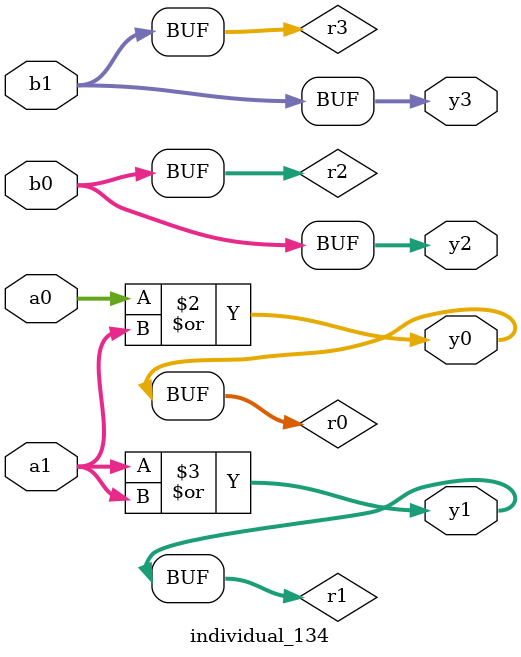
<source format=sv>
module individual_134(input logic [15:0] a1, input logic [15:0] a0, input logic [15:0] b1, input logic [15:0] b0, output logic [15:0] y3, output logic [15:0] y2, output logic [15:0] y1, output logic [15:0] y0);
logic [15:0] r0, r1, r2, r3; 
 always@(*) begin 
	 r0 = a0; r1 = a1; r2 = b0; r3 = b1; 
 	 r0  |=  a1 ;
 	 r1  |=  a1 ;
 	 y3 = r3; y2 = r2; y1 = r1; y0 = r0; 
end
endmodule
</source>
